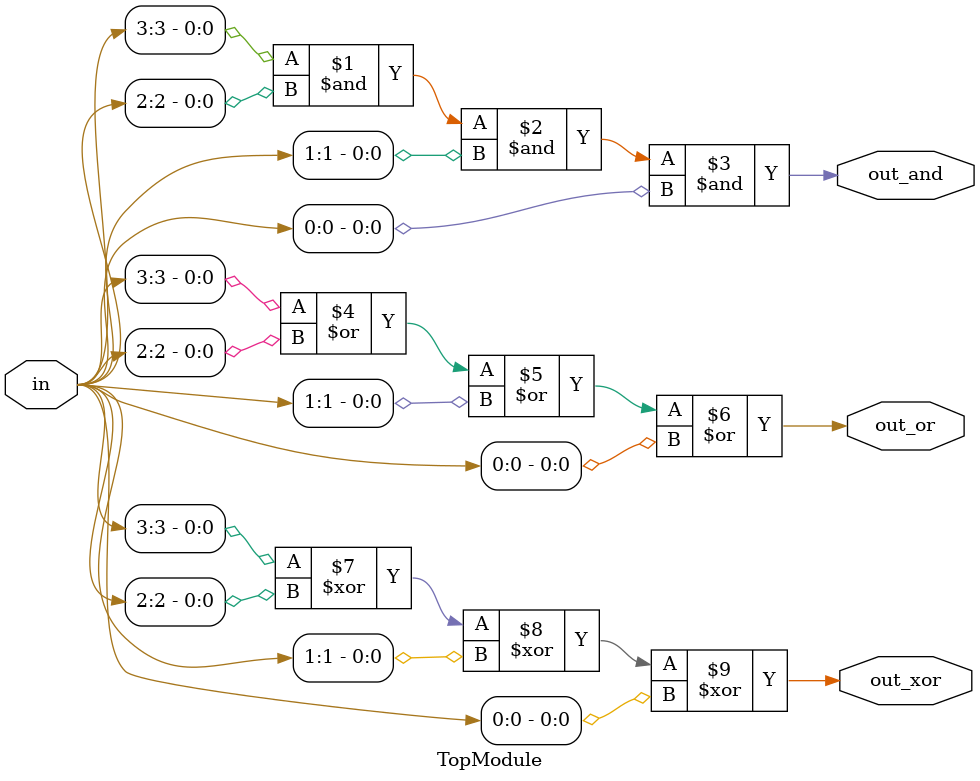
<source format=sv>

module TopModule (
  input [3:0] in,
  output out_and,
  output out_or,
  output out_xor
);

assign out_and = in[3] & in[2] & in[1] & in[0];
assign out_or = in[3] | in[2] | in[1] | in[0];
assign out_xor = in[3] ^ in[2] ^ in[1] ^ in[0];
endmodule

</source>
